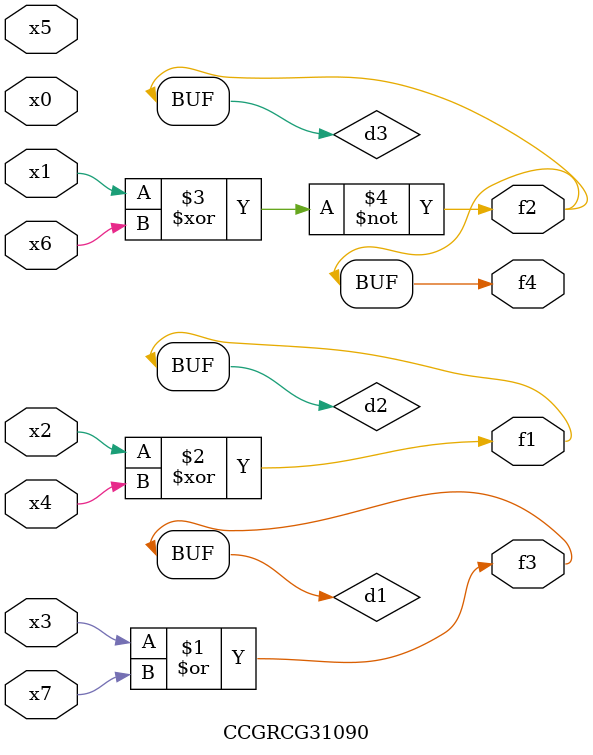
<source format=v>
module CCGRCG31090(
	input x0, x1, x2, x3, x4, x5, x6, x7,
	output f1, f2, f3, f4
);

	wire d1, d2, d3;

	or (d1, x3, x7);
	xor (d2, x2, x4);
	xnor (d3, x1, x6);
	assign f1 = d2;
	assign f2 = d3;
	assign f3 = d1;
	assign f4 = d3;
endmodule

</source>
